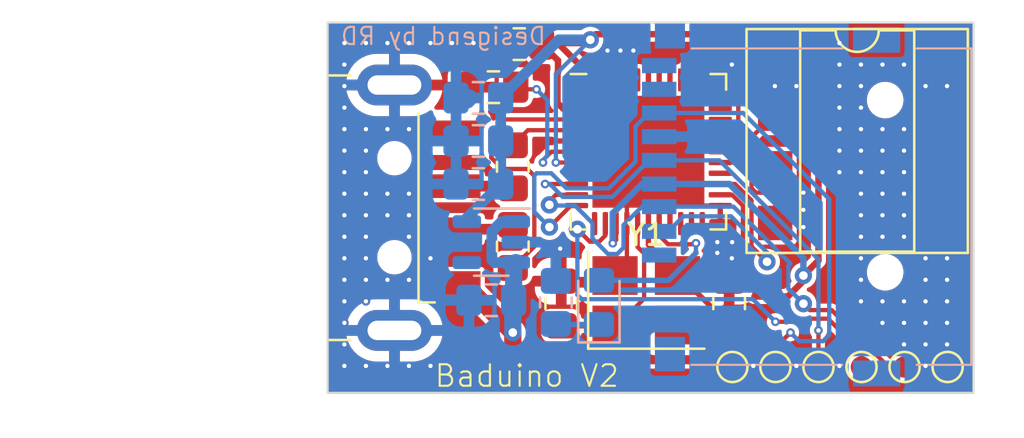
<source format=kicad_pcb>
(kicad_pcb (version 20221018) (generator pcbnew)
  (layers (0 "F.Cu" signal) (31 "B.Cu" signal) (34 "B.Paste" user) (35 "F.Paste" user) (36 "B.SilkS" user "B.Silkscreen") (37 "F.SilkS" user "F.Silkscreen") (38 "B.Mask" user) (39 "F.Mask" user) (44 "Edge.Cuts" user))
  (net 0 "")
  (net 1 "+3.3V")
  (net 2 "GND")
  (net 3 "VCC")
  (net 4 "Net-(D1-K)")
  (net 5 "Net-(D1-A)")
  (net 6 "Net-(J1-D-)")
  (net 7 "Net-(J1-D+)")
  (net 8 "CS")
  (net 9 "MOSI")
  (net 10 "SCK")
  (net 11 "MISO")
  (net 12 "RST")
  (net 13 "SW1")
  (net 14 "SW2")
  (net 15 "SW3")
  (net 16 "SW4")
  (net 17 "Net-(U1-UCAP)")
  (net 25 "Net-(U1-D+)")
  (net 26 "Net-(U1-D-)")
  (net 46 "XTAL2")
  (net 47 "XTAL1")
  (footprint "TestPoint:TestPoint_Pad_D1.0mm" (layer "F.Cu") (at 86.6 106.6 180)
    (fp_text reference "TP1" hide)
    (fp_text value "TestPoint")
    (pad "1" smd circle (at 0 0 180) (size 1 1) (layers "F.Cu" "F.Mask") (net 2 "GND"))
  )
  (footprint "TestPoint:TestPoint_Pad_D1.0mm" (layer "F.Cu") (at 84.6 106.6 180)
    (fp_text reference "TP3" hide)
    (fp_text value "TestPoint")
    (pad "1" smd circle (at 0 0 180) (size 1 1) (layers "F.Cu" "F.Mask") (net 9 "MOSI"))
  )
  (footprint "Capacitor_SMD:C_0805_2012Metric_Pad1.18x1.45mm_HandSolder" (layer "F.Cu") (at 66.7 91.6)
    (fp_text reference "C3" hide)
    (fp_text value "10u")
    (pad "1" smd roundrect (at -1.0375 0) (size 1.175 1.45) (layers "F.Cu" "F.Paste" "F.Mask") (roundrect_rratio 0.2127659574) (net 2 "GND"))
    (pad "2" smd roundrect (at 1.0375 0) (size 1.175 1.45) (layers "F.Cu" "F.Paste" "F.Mask") (roundrect_rratio 0.2127659574) (net 1 "+3.3V"))
  )
  (footprint "TestPoint:TestPoint_Pad_D1.0mm" (layer "F.Cu") (at 80.6 106.6 180)
    (fp_text reference "TP2" hide)
    (fp_text value "TestPoint")
    (pad "1" smd circle (at 0 0 180) (size 1 1) (layers "F.Cu" "F.Mask") (net 10 "SCK"))
  )
  (footprint "Connector_USB:USB_A_CNCTech_1001-011-01101_Horizontal" (layer "F.Cu") (at 54 99.2 180)
    (fp_text reference "J1" hide)
    (fp_text value "USB_A")
    (pad "" np_thru_hole circle (at -6.9 -2.3 180) (size 1.1 1.1) (drill 1.1) (layers "*.Cu" "*.Mask"))
    (pad "" np_thru_hole circle (at -6.9 2.3 180) (size 1.1 1.1) (drill 1.1) (layers "*.Cu" "*.Mask"))
    (pad "1" smd rect (at -9.65 -3.5 180) (size 2.5 1.1) (layers "F.Cu" "F.Paste" "F.Mask") (net 3 "VCC"))
    (pad "2" smd rect (at -9.65 -1 180) (size 2.5 1.1) (layers "F.Cu" "F.Paste" "F.Mask") (net 6 "Net-(J1-D-)"))
    (pad "3" smd rect (at -9.65 1 180) (size 2.5 1.1) (layers "F.Cu" "F.Paste" "F.Mask") (net 7 "Net-(J1-D+)"))
    (pad "4" smd rect (at -9.65 3.5 180) (size 2.5 1.1) (layers "F.Cu" "F.Paste" "F.Mask") (net 2 "GND"))
    (pad "5" thru_hole oval (at -6.9 -5.7 180) (size 3.5 1.9) (drill oval 2.5 0.9) (layers "*.Cu" "*.Mask") (net 2 "GND"))
    (pad "5" thru_hole oval (at -6.9 5.7 180) (size 3.5 1.9) (drill oval 2.5 0.9) (layers "*.Cu" "*.Mask") (net 2 "GND"))
  )
  (footprint "TestPoint:TestPoint_Pad_D1.0mm" (layer "F.Cu") (at 76.6 106.6 180)
    (fp_text reference "TP6" hide)
    (fp_text value "TestPoint")
    (pad "1" smd circle (at 0 0 180) (size 1 1) (layers "F.Cu" "F.Mask") (net 3 "VCC"))
  )
  (footprint "Crystal:Crystal_SMD_3225-4Pin_3.2x2.5mm_HandSoldering" (layer "F.Cu") (at 72.6 103.5)
    (fp_text reference "Y1" (at 0 -3.05) (layer "F.SilkS"))
    (fp_text value "Crystal_GND24")
    (pad "1" smd rect (at -1.45 1.15) (size 2.1 1.8) (layers "F.Cu" "F.Paste" "F.Mask") (net 46 "XTAL2"))
    (pad "2" smd rect (at 1.45 1.15) (size 2.1 1.8) (layers "F.Cu" "F.Paste" "F.Mask") (net 2 "GND"))
    (pad "3" smd rect (at 1.45 -1.15) (size 2.1 1.8) (layers "F.Cu" "F.Paste" "F.Mask") (net 47 "XTAL1"))
    (pad "4" smd rect (at -1.45 -1.15) (size 2.1 1.8) (layers "F.Cu" "F.Paste" "F.Mask") (net 2 "GND"))
  )
  (footprint "Capacitor_SMD:C_0805_2012Metric_Pad1.18x1.45mm_HandSolder" (layer "F.Cu") (at 65.5 93.6)
    (fp_text reference "C4" hide)
    (fp_text value "1u")
    (pad "1" smd roundrect (at -1.0375 0) (size 1.175 1.45) (layers "F.Cu" "F.Paste" "F.Mask") (roundrect_rratio 0.2127659574) (net 2 "GND"))
    (pad "2" smd roundrect (at 1.0375 0) (size 1.175 1.45) (layers "F.Cu" "F.Paste" "F.Mask") (roundrect_rratio 0.2127659574) (net 17 "Net-(U1-UCAP)"))
  )
  (footprint "TestPoint:TestPoint_Pad_D1.0mm" (layer "F.Cu") (at 82.6 106.6 180)
    (fp_text reference "TP5" hide)
    (fp_text value "TestPoint")
    (pad "1" smd circle (at 0 0 180) (size 1 1) (layers "F.Cu" "F.Mask") (net 12 "RST"))
  )
  (footprint "Resistor_SMD:R_0805_2012Metric_Pad1.20x1.40mm_HandSolder" (layer "F.Cu") (at 66.4 97.3 90)
    (fp_text reference "R1" hide)
    (fp_text value "22R")
    (pad "1" smd roundrect (at -1 0 90) (size 1.2 1.4) (layers "F.Cu" "F.Paste" "F.Mask") (roundrect_rratio 0.2083333333) (net 7 "Net-(J1-D+)"))
    (pad "2" smd roundrect (at 1 0 90) (size 1.2 1.4) (layers "F.Cu" "F.Paste" "F.Mask") (roundrect_rratio 0.2083333333) (net 25 "Net-(U1-D+)"))
  )
  (footprint "Package_DIP:DIP-8_W7.62mm_SMDSocket_SmallPads" (layer "F.Cu") (at 82.4 96.1)
    (fp_text reference "SW1" hide)
    (fp_text value "SW_DIP_x04")
    (pad "1" smd rect (at -3.81 -3.81) (size 1.6 1.6) (layers "F.Cu" "F.Paste" "F.Mask") (net 13 "SW1"))
    (pad "2" smd rect (at -3.81 -1.27) (size 1.6 1.6) (layers "F.Cu" "F.Paste" "F.Mask") (net 14 "SW2"))
    (pad "3" smd rect (at -3.81 1.27) (size 1.6 1.6) (layers "F.Cu" "F.Paste" "F.Mask") (net 15 "SW3"))
    (pad "4" smd rect (at -3.81 3.81) (size 1.6 1.6) (layers "F.Cu" "F.Paste" "F.Mask") (net 16 "SW4"))
    (pad "5" smd rect (at 3.81 3.81) (size 1.6 1.6) (layers "F.Cu" "F.Paste" "F.Mask") (net 2 "GND"))
    (pad "6" smd rect (at 3.81 1.27) (size 1.6 1.6) (layers "F.Cu" "F.Paste" "F.Mask") (net 2 "GND"))
    (pad "7" smd rect (at 3.81 -1.27) (size 1.6 1.6) (layers "F.Cu" "F.Paste" "F.Mask") (net 2 "GND"))
    (pad "8" smd rect (at 3.81 -3.81) (size 1.6 1.6) (layers "F.Cu" "F.Paste" "F.Mask") (net 2 "GND"))
  )
  (footprint "Resistor_SMD:R_0805_2012Metric_Pad1.20x1.40mm_HandSolder" (layer "F.Cu") (at 66.4 101 90)
    (fp_text reference "R2" hide)
    (fp_text value "22R")
    (pad "1" smd roundrect (at -1 0 90) (size 1.2 1.4) (layers "F.Cu" "F.Paste" "F.Mask") (roundrect_rratio 0.2083333333) (net 26 "Net-(U1-D-)"))
    (pad "2" smd roundrect (at 1 0 90) (size 1.2 1.4) (layers "F.Cu" "F.Paste" "F.Mask") (roundrect_rratio 0.2083333333) (net 6 "Net-(J1-D-)"))
  )
  (footprint "TestPoint:TestPoint_Pad_D1.0mm" (layer "F.Cu") (at 78.6 106.6 180)
    (fp_text reference "TP4" hide)
    (fp_text value "TestPoint")
    (pad "1" smd circle (at 0 0 180) (size 1 1) (layers "F.Cu" "F.Mask") (net 11 "MISO"))
  )
  (footprint "Capacitor_SMD:C_0805_2012Metric_Pad1.18x1.45mm_HandSolder" (layer "F.Cu") (at 76.45 103.65 -90)
    (fp_text reference "C2" hide)
    (fp_text value "22p")
    (pad "1" smd roundrect (at -1.0375 0 270) (size 1.175 1.45) (layers "F.Cu" "F.Paste" "F.Mask") (roundrect_rratio 0.2127659574) (net 2 "GND"))
    (pad "2" smd roundrect (at 1.0375 0 270) (size 1.175 1.45) (layers "F.Cu" "F.Paste" "F.Mask") (roundrect_rratio 0.2127659574) (net 47 "XTAL1"))
  )
  (footprint "Package_DFN_QFN:QFN-44-1EP_7x7mm_P0.5mm_EP5.2x5.2mm" (layer "F.Cu") (at 72.7 96.6)
    (fp_text reference "U1" hide)
    (fp_text value "ATmega32U4-M")
    (pad "1" smd roundrect (at -3.3375 -2.5) (size 1.075 0.25) (layers "F.Cu" "F.Paste" "F.Mask"))
    (pad "2" smd roundrect (at -3.3375 -2) (size 1.075 0.25) (layers "F.Cu" "F.Paste" "F.Mask") (net 1 "+3.3V"))
    (pad "3" smd roundrect (at -3.3375 -1.5) (size 1.075 0.25) (layers "F.Cu" "F.Paste" "F.Mask") (net 26 "Net-(U1-D-)"))
    (pad "4" smd roundrect (at -3.3375 -1) (size 1.075 0.25) (layers "F.Cu" "F.Paste" "F.Mask") (net 25 "Net-(U1-D+)"))
    (pad "5" smd roundrect (at -3.3375 -0.5) (size 1.075 0.25) (layers "F.Cu" "F.Paste" "F.Mask") (net 2 "GND"))
    (pad "6" smd roundrect (at -3.3375 0) (size 1.075 0.25) (layers "F.Cu" "F.Paste" "F.Mask") (net 17 "Net-(U1-UCAP)"))
    (pad "7" smd roundrect (at -3.3375 0.5) (size 1.075 0.25) (layers "F.Cu" "F.Paste" "F.Mask") (net 1 "+3.3V"))
    (pad "8" smd roundrect (at -3.3375 1) (size 1.075 0.25) (layers "F.Cu" "F.Paste" "F.Mask"))
    (pad "9" smd roundrect (at -3.3375 1.5) (size 1.075 0.25) (layers "F.Cu" "F.Paste" "F.Mask") (net 10 "SCK"))
    (pad "10" smd roundrect (at -3.3375 2) (size 1.075 0.25) (layers "F.Cu" "F.Paste" "F.Mask") (net 9 "MOSI"))
    (pad "11" smd roundrect (at -3.3375 2.5) (size 1.075 0.25) (layers "F.Cu" "F.Paste" "F.Mask") (net 11 "MISO"))
    (pad "12" smd roundrect (at -2.5 3.3375) (size 0.25 1.075) (layers "F.Cu" "F.Paste" "F.Mask"))
    (pad "13" smd roundrect (at -2 3.3375) (size 0.25 1.075) (layers "F.Cu" "F.Paste" "F.Mask") (net 12 "RST"))
    (pad "14" smd roundrect (at -1.5 3.3375) (size 0.25 1.075) (layers "F.Cu" "F.Paste" "F.Mask") (net 1 "+3.3V"))
    (pad "15" smd roundrect (at -1 3.3375) (size 0.25 1.075) (layers "F.Cu" "F.Paste" "F.Mask") (net 2 "GND"))
    (pad "16" smd roundrect (at -0.5 3.3375) (size 0.25 1.075) (layers "F.Cu" "F.Paste" "F.Mask") (net 46 "XTAL2"))
    (pad "17" smd roundrect (at 0 3.3375) (size 0.25 1.075) (layers "F.Cu" "F.Paste" "F.Mask") (net 47 "XTAL1"))
    (pad "18" smd roundrect (at 0.5 3.3375) (size 0.25 1.075) (layers "F.Cu" "F.Paste" "F.Mask") (net 5 "Net-(D1-A)"))
    (pad "19" smd roundrect (at 1 3.3375) (size 0.25 1.075) (layers "F.Cu" "F.Paste" "F.Mask"))
    (pad "20" smd roundrect (at 1.5 3.3375) (size 0.25 1.075) (layers "F.Cu" "F.Paste" "F.Mask"))
    (pad "21" smd roundrect (at 2 3.3375) (size 0.25 1.075) (layers "F.Cu" "F.Paste" "F.Mask"))
    (pad "22" smd roundrect (at 2.5 3.3375) (size 0.25 1.075) (layers "F.Cu" "F.Paste" "F.Mask"))
    (pad "23" smd roundrect (at 3.3375 2.5) (size 1.075 0.25) (layers "F.Cu" "F.Paste" "F.Mask") (net 2 "GND"))
    (pad "24" smd roundrect (at 3.3375 2) (size 1.075 0.25) (layers "F.Cu" "F.Paste" "F.Mask") (net 1 "+3.3V"))
    (pad "25" smd roundrect (at 3.3375 1.5) (size 1.075 0.25) (layers "F.Cu" "F.Paste" "F.Mask") (net 8 "CS"))
    (pad "26" smd roundrect (at 3.3375 1) (size 1.075 0.25) (layers "F.Cu" "F.Paste" "F.Mask"))
    (pad "27" smd roundrect (at 3.3375 0.5) (size 1.075 0.25) (layers "F.Cu" "F.Paste" "F.Mask") (net 16 "SW4"))
    (pad "28" smd roundrect (at 3.3375 0) (size 1.075 0.25) (layers "F.Cu" "F.Paste" "F.Mask") (net 15 "SW3"))
    (pad "29" smd roundrect (at 3.3375 -0.5) (size 1.075 0.25) (layers "F.Cu" "F.Paste" "F.Mask") (net 14 "SW2"))
    (pad "30" smd roundrect (at 3.3375 -1) (size 1.075 0.25) (layers "F.Cu" "F.Paste" "F.Mask") (net 13 "SW1"))
    (pad "31" smd roundrect (at 3.3375 -1.5) (size 1.075 0.25) (layers "F.Cu" "F.Paste" "F.Mask"))
    (pad "32" smd roundrect (at 3.3375 -2) (size 1.075 0.25) (layers "F.Cu" "F.Paste" "F.Mask"))
    (pad "33" smd roundrect (at 3.3375 -2.5) (size 1.075 0.25) (layers "F.Cu" "F.Paste" "F.Mask"))
    (pad "34" smd roundrect (at 2.5 -3.3375) (size 0.25 1.075) (layers "F.Cu" "F.Paste" "F.Mask") (net 1 "+3.3V"))
    (pad "35" smd roundrect (at 2 -3.3375) (size 0.25 1.075) (layers "F.Cu" "F.Paste" "F.Mask") (net 2 "GND"))
    (pad "36" smd roundrect (at 1.5 -3.3375) (size 0.25 1.075) (layers "F.Cu" "F.Paste" "F.Mask"))
    (pad "37" smd roundrect (at 1 -3.3375) (size 0.25 1.075) (layers "F.Cu" "F.Paste" "F.Mask"))
    (pad "38" smd roundrect (at 0.5 -3.3375) (size 0.25 1.075) (layers "F.Cu" "F.Paste" "F.Mask"))
    (pad "39" smd roundrect (at 0 -3.3375) (size 0.25 1.075) (layers "F.Cu" "F.Paste" "F.Mask"))
    (pad "40" smd roundrect (at -0.5 -3.3375) (size 0.25 1.075) (layers "F.Cu" "F.Paste" "F.Mask"))
    (pad "41" smd roundrect (at -1 -3.3375) (size 0.25 1.075) (layers "F.Cu" "F.Paste" "F.Mask"))
    (pad "42" smd roundrect (at -1.5 -3.3375) (size 0.25 1.075) (layers "F.Cu" "F.Paste" "F.Mask"))
    (pad "43" smd roundrect (at -2 -3.3375) (size 0.25 1.075) (layers "F.Cu" "F.Paste" "F.Mask") (net 2 "GND"))
    (pad "44" smd roundrect (at -2.5 -3.3375) (size 0.25 1.075) (layers "F.Cu" "F.Paste" "F.Mask") (net 1 "+3.3V"))
    (pad "45" smd rect (at 0 0) (size 5.2 5.2) (layers "F.Cu" "F.Mask") (net 2 "GND"))
  )
  (footprint "Capacitor_SMD:C_0805_2012Metric_Pad1.18x1.45mm_HandSolder" (layer "F.Cu") (at 68.65 103.65 -90)
    (fp_text reference "C1" hide)
    (fp_text value "22p")
    (pad "1" smd roundrect (at -1.0375 0 270) (size 1.175 1.45) (layers "F.Cu" "F.Paste" "F.Mask") (roundrect_rratio 0.2127659574) (net 2 "GND"))
    (pad "2" smd roundrect (at 1.0375 0 270) (size 1.175 1.45) (layers "F.Cu" "F.Paste" "F.Mask") (roundrect_rratio 0.2127659574) (net 46 "XTAL2"))
  )
  (footprint "Capacitor_SMD:C_0805_2012Metric_Pad1.18x1.45mm_HandSolder" (layer "B.Cu") (at 64.8 98.1 180)
    (fp_text reference "C6" hide)
    (fp_text value "10p")
    (pad "1" smd roundrect (at -1.0375 0 180) (size 1.175 1.45) (layers "B.Cu" "B.Paste" "B.Mask") (roundrect_rratio 0.2127659574) (net 1 "+3.3V"))
    (pad "2" smd roundrect (at 1.0375 0 180) (size 1.175 1.45) (layers "B.Cu" "B.Paste" "B.Mask") (roundrect_rratio 0.2127659574) (net 2 "GND"))
  )
  (footprint "Capacitor_SMD:C_0805_2012Metric_Pad1.18x1.45mm_HandSolder" (layer "B.Cu") (at 65.4 103.5)
    (fp_text reference "C5" hide)
    (fp_text value "10u")
    (pad "1" smd roundrect (at -1.0375 0) (size 1.175 1.45) (layers "B.Cu" "B.Paste" "B.Mask") (roundrect_rratio 0.2127659574) (net 2 "GND"))
    (pad "2" smd roundrect (at 1.0375 0) (size 1.175 1.45) (layers "B.Cu" "B.Paste" "B.Mask") (roundrect_rratio 0.2127659574) (net 3 "VCC"))
  )
  (footprint "Resistor_SMD:R_0805_2012Metric_Pad1.20x1.40mm_HandSolder" (layer "B.Cu") (at 68.4 103.6 90)
    (fp_text reference "R3" hide)
    (fp_text value "140R")
    (pad "1" smd roundrect (at -1 0 90) (size 1.2 1.4) (layers "B.Cu" "B.Paste" "B.Mask") (roundrect_rratio 0.2083333333) (net 4 "Net-(D1-K)"))
    (pad "2" smd roundrect (at 1 0 90) (size 1.2 1.4) (layers "B.Cu" "B.Paste" "B.Mask") (roundrect_rratio 0.2083333333) (net 2 "GND"))
  )
  (footprint "Capacitor_SMD:C_0805_2012Metric_Pad1.18x1.45mm_HandSolder" (layer "B.Cu") (at 64.8 94.1 180)
    (fp_text reference "C8" hide)
    (fp_text value "100n")
    (pad "1" smd roundrect (at -1.0375 0 180) (size 1.175 1.45) (layers "B.Cu" "B.Paste" "B.Mask") (roundrect_rratio 0.2127659574) (net 1 "+3.3V"))
    (pad "2" smd roundrect (at 1.0375 0 180) (size 1.175 1.45) (layers "B.Cu" "B.Paste" "B.Mask") (roundrect_rratio 0.2127659574) (net 2 "GND"))
  )
  (footprint "Package_TO_SOT_SMD:SOT-23-5" (layer "B.Cu") (at 65.4 100.8 180)
    (fp_text reference "U2" hide)
    (fp_text value "MIC5219-3.3YM5")
    (pad "1" smd roundrect (at -1.1375 0.95 180) (size 1.325 0.6) (layers "B.Cu" "B.Paste" "B.Mask") (net 3 "VCC"))
    (pad "2" smd roundrect (at -1.1375 0 180) (size 1.325 0.6) (layers "B.Cu" "B.Paste" "B.Mask") (net 2 "GND"))
    (pad "3" smd roundrect (at -1.1375 -0.95 180) (size 1.325 0.6) (layers "B.Cu" "B.Paste" "B.Mask") (net 3 "VCC"))
    (pad "4" smd roundrect (at 1.1375 -0.95 180) (size 1.325 0.6) (layers "B.Cu" "B.Paste" "B.Mask"))
    (pad "5" smd roundrect (at 1.1375 0.95 180) (size 1.325 0.6) (layers "B.Cu" "B.Paste" "B.Mask") (net 1 "+3.3V"))
  )
  (footprint "SamacSys_Parts:TF015" (layer "B.Cu") (at 80.45 99.05 -90)
    (fp_text reference "J3" hide)
    (fp_text value "TF-015" hide)
    (pad "" np_thru_hole circle (at -4.85 -3.25 270) (size 1.2 1.2) (drill 1.2) (layers "*.Cu" "*.Mask"))
    (pad "" np_thru_hole circle (at 3.15 -3.25 270) (size 1.2 1.2) (drill 1.2) (layers "*.Cu" "*.Mask"))
    (pad "1" smd rect (at 2.35 7.25 270) (size 0.7 1.6) (layers "B.Cu" "B.Paste" "B.Mask"))
    (pad "2" smd rect (at 1.25 7.25 270) (size 0.7 1.6) (layers "B.Cu" "B.Paste" "B.Mask") (net 8 "CS"))
    (pad "3" smd rect (at 0.1 7.25 270) (size 0.7 1.6) (layers "B.Cu" "B.Paste" "B.Mask") (net 9 "MOSI"))
    (pad "4" smd rect (at -0.95 7.25 270) (size 0.7 1.6) (layers "B.Cu" "B.Paste" "B.Mask") (net 1 "+3.3V"))
    (pad "5" smd rect (at -2.05 7.25 270) (size 0.7 1.6) (layers "B.Cu" "B.Paste" "B.Mask") (net 10 "SCK"))
    (pad "6" smd rect (at -3.15 7.25 270) (size 0.7 1.6) (layers "B.Cu" "B.Paste" "B.Mask") (net 2 "GND"))
    (pad "7" smd rect (at -4.25 7.25 270) (size 0.7 1.6) (layers "B.Cu" "B.Paste" "B.Mask") (net 11 "MISO"))
    (pad "8" smd rect (at -5.35 7.25 270) (size 0.7 1.6) (layers "B.Cu" "B.Paste" "B.Mask"))
    (pad "9" smd rect (at -6.45 7.25 270) (size 0.7 1.6) (layers "B.Cu" "B.Paste" "B.Mask"))
    (pad "10" smd rect (at -7.85 6.75 270) (size 1.2 1.4) (layers "B.Cu" "B.Paste" "B.Mask"))
    (pad "11" smd rect (at 6.95 6.75 180) (size 1.4 1.6) (layers "B.Cu" "B.Paste" "B.Mask"))
    (pad "12" smd rect (at -7.65 -2.85 270) (size 1.2 2.2) (layers "B.Cu" "B.Paste" "B.Mask"))
    (pad "13" smd rect (at 7.85 -2.85 270) (size 1.2 2.2) (layers "B.Cu" "B.Paste" "B.Mask"))
  )
  (footprint "LED_SMD:LED_0805_2012Metric_Pad1.15x1.40mm_HandSolder" (layer "B.Cu") (at 70.4 103.6 90)
    (fp_text reference "D1" hide)
    (fp_text value "LED")
    (pad "1" smd roundrect (at -1.025 0 90) (size 1.15 1.4) (layers "B.Cu" "B.Paste" "B.Mask") (roundrect_rratio 0.2173913043) (net 4 "Net-(D1-K)"))
    (pad "2" smd roundrect (at 1.025 0 90) (size 1.15 1.4) (layers "B.Cu" "B.Paste" "B.Mask") (roundrect_rratio 0.2173913043) (net 5 "Net-(D1-A)"))
  )
  (footprint "Capacitor_SMD:C_0805_2012Metric_Pad1.18x1.45mm_HandSolder" (layer "B.Cu") (at 64.8 96.1 180)
    (fp_text reference "C7" hide)
    (fp_text value "1u")
    (pad "1" smd roundrect (at -1.0375 0 180) (size 1.175 1.45) (layers "B.Cu" "B.Paste" "B.Mask") (roundrect_rratio 0.2127659574) (net 1 "+3.3V"))
    (pad "2" smd roundrect (at 1.0375 0 180) (size 1.175 1.45) (layers "B.Cu" "B.Paste" "B.Mask") (roundrect_rratio 0.2127659574) (net 2 "GND"))
  )
  (gr_line (start 57.8 107.8) (end 87.8 107.8) (stroke (width 0.1)) (layer "Edge.Cuts"))
  (gr_line (start 87.8 107.8) (end 87.8 90.6) (stroke (width 0.1)) (layer "Edge.Cuts"))
  (gr_line (start 57.8 90.6) (end 87.8 90.6) (stroke (width 0.1)) (layer "Edge.Cuts"))
  (gr_line (start 57.8 107.8) (end 57.8 90.6) (stroke (width 0.1)) (layer "Edge.Cuts"))
  (gr_text "Desigend by RD" (at 68 91.7) (layer "B.SilkS") (effects (font (size 0.8 0.8) (thickness 0.1)) (justify left bottom mirror)))
  (gr_text "Baduino V2" (at 62.7 107.6) (layer "F.SilkS") (effects (font (size 1 1) (thickness 0.1)) (justify left bottom)))
  (segment (start 68.5375 91.6) (end 67.7375 91.6) (width 0.3) (layer "F.Cu") (net 1))
  (segment (start 77.625 102.097182) (end 77.625 103.325) (width 0.2) (layer "F.Cu") (net 1))
  (segment (start 70.26 91.14) (end 70 91.4) (width 0.3) (layer "F.Cu") (net 1))
  (segment (start 77.09 99.102346) (end 77.09 101.775) (width 0.2) (layer "F.Cu") (net 1))
  (segment (start 68.5 92.3625) (end 67.7375 91.6) (width 0.3) (layer "F.Cu") (net 1))
  (segment (start 79.9005 102.350843) (end 79.9005 102.5995) (width 0.3) (layer "F.Cu") (net 1))
  (segment (start 80.6 101.651343) (end 80.6 91.3) (width 0.3) (layer "F.Cu") (net 1))
  (segment (start 71.2 100.694055) (end 71.2 99.9375) (width 0.2) (layer "F.Cu") (net 1))
  (segment (start 79.175 103.325) (end 77.625 103.325) (width 0.3) (layer "F.Cu") (net 1))
  (segment (start 79.9005 102.350843) (end 80.6 101.651343) (width 0.3) (layer "F.Cu") (net 1))
  (segment (start 68.4005 97.1) (end 69.3625 97.1) (width 0.2) (layer "F.Cu") (net 1))
  (segment (start 69.3625 94.6) (end 68.741636 94.6) (width 0.3) (layer "F.Cu") (net 1))
  (segment (start 68.741636 94.6) (end 68.475 94.333364) (width 0.3) (layer "F.Cu") (net 1))
  (segment (start 70.2 93.2625) (end 68.5375 91.6) (width 0.3) (layer "F.Cu") (net 1))
  (segment (start 68.475 92.925) (end 68.5 92.9) (width 0.3) (layer "F.Cu") (net 1))
  (segment (start 70 91.4) (end 69.8 91.6) (width 0.2) (layer "F.Cu") (net 1))
  (segment (start 80.44 91.14) (end 75.4 91.14) (width 0.3) (layer "F.Cu") (net 1))
  (segment (start 79.9005 102.5995) (end 79.175 103.325) (width 0.3) (layer "F.Cu") (net 1))
  (segment (start 69.21875 92.28125) (end 69.2375 92.3) (width 0.3) (layer "F.Cu") (net 1))
  (segment (start 75.2 93.2625) (end 75.2 91.34) (width 0.3) (layer "F.Cu") (net 1))
  (segment (start 71.043195 100.85086) (end 71.2 100.694055) (width 0.2) (layer "F.Cu") (net 1))
  (segment (start 68.475 94.333364) (end 68.475 92.925) (width 0.3) (layer "F.Cu") (net 1))
  (segment (start 76.587654 98.6) (end 77.09 99.102346) (width 0.2) (layer "F.Cu") (net 1))
  (segment (start 77.09 101.775) (end 77.302818 101.775) (width 0.2) (layer "F.Cu") (net 1))
  (segment (start 75.4 91.14) (end 70.26 91.14) (width 0.3) (layer "F.Cu") (net 1))
  (segment (start 75.2 91.34) (end 75.4 91.14) (width 0.3) (layer "F.Cu") (net 1))
  (segment (start 76.0375 98.6) (end 76.587654 98.6) (width 0.2) (layer "F.Cu") (net 1))
  (segment (start 77.302818 101.775) (end 77.625 102.097182) (width 0.2) (layer "F.Cu") (net 1))
  (segment (start 68.4 97.0995) (end 68.4005 97.1) (width 0.2) (layer "F.Cu") (net 1))
  (segment (start 80.6 91.3) (end 80.44 91.14) (width 0.3) (layer "F.Cu") (net 1))
  (segment (start 68.5 92.9) (end 68.5 92.3625) (width 0.3) (layer "F.Cu") (net 1))
  (segment (start 69.8 91.6) (end 67.7375 91.6) (width 0.2) (layer "F.Cu") (net 1))
  (via (at 71.043195 100.85086) (size 0.4) (drill 0.2) (layers "F.Cu" "B.Cu") (net 1))
  (via (at 79.9005 102.350843) (size 0.8) (drill 0.4) (layers "F.Cu" "B.Cu") (net 1))
  (via (at 68.4 97.0995) (size 0.4) (drill 0.2) (layers "F.Cu" "B.Cu") (net 1))
  (via (at 70 91.4) (size 0.8) (drill 0.4) (layers "F.Cu" "B.Cu") (net 1))
  (segment (start 65.8375 98.1) (end 65.8375 94.1) (width 0.5) (layer "B.Cu") (net 1))
  (segment (start 68.4 97.0995) (end 68.4 93) (width 0.2) (layer "B.Cu") (net 1))
  (segment (start 68.4 93) (end 70 91.4) (width 0.2) (layer "B.Cu") (net 1))
  (segment (start 72.4 98.1) (end 71.043195 99.456805) (width 0.3) (layer "B.Cu") (net 1))
  (segment (start 79.9005 101.536896) (end 76.463604 98.1) (width 0.3) (layer "B.Cu") (net 1))
  (segment (start 65.8375 94.1) (end 68.5375 91.4) (width 0.5) (layer "B.Cu") (net 1))
  (segment (start 64.2625 99.85) (end 64.2625 99.675) (width 0.5) (layer "B.Cu") (net 1))
  (segment (start 73.2 98.1) (end 72.4 98.1) (width 0.3) (layer "B.Cu") (net 1))
  (segment (start 76.463604 98.1) (end 73.2 98.1) (width 0.3) (layer "B.Cu") (net 1))
  (segment (start 71.043195 100.85086) (end 71.076596 100.85086) (width 0.2) (layer "B.Cu") (net 1))
  (segment (start 79.9005 102.350843) (end 79.9005 101.536896) (width 0.3) (layer "B.Cu") (net 1))
  (segment (start 64.2625 99.675) (end 65.8375 98.1) (width 0.5) (layer "B.Cu") (net 1))
  (segment (start 71.043195 99.456805) (end 71.043195 100.85086) (width 0.3) (layer "B.Cu") (net 1))
  (segment (start 68.5375 91.4) (end 70 91.4) (width 0.5) (layer "B.Cu") (net 1))
  (segment (start 71.7 99.9375) (end 71.7 97.6) (width 0.2) (layer "F.Cu") (net 2))
  (segment (start 69.3625 96.1) (end 72.2 96.1) (width 0.2) (layer "F.Cu") (net 2))
  (segment (start 68.6 102.6625) (end 70.7875 102.6625) (width 0.5) (layer "F.Cu") (net 2))
  (segment (start 71.3 102.15) (end 71.7 101.75) (width 0.2) (layer "F.Cu") (net 2))
  (segment (start 71.7 97.6) (end 72.7 96.6) (width 0.2) (layer "F.Cu") (net 2))
  (segment (start 70.7 93.2625) (end 70.7 94.6) (width 0.2) (layer "F.Cu") (net 2))
  (segment (start 75.2 99.1) (end 72.7 96.6) (width 0.2) (layer "F.Cu") (net 2))
  (segment (start 70.7875 102.6625) (end 71.3 102.15) (width 0.5) (layer "F.Cu") (net 2))
  (segment (start 72.2 96.1) (end 72.7 96.6) (width 0.2) (layer "F.Cu") (net 2))
  (segment (start 76.0375 99.1) (end 75.2 99.1) (width 0.2) (layer "F.Cu") (net 2))
  (segment (start 74.7 93.2625) (end 74.7 94.6) (width 0.2) (layer "F.Cu") (net 2))
  (segment (start 70.7 94.6) (end 72.7 96.6) (width 0.2) (layer "F.Cu") (net 2))
  (segment (start 74.7 94.6) (end 72.7 96.6) (width 0.2) (layer "F.Cu") (net 2))
  (segment (start 71.7 101.75) (end 71.7 99.9375) (width 0.2) (layer "F.Cu") (net 2))
  (via (at 78.575 93.55) (size 0.4) (drill 0.2) (layers "F.Cu" "B.Cu") (net 2))
  (via (at 75.9 101.3) (size 0.4) (drill 0.2) (layers "F.Cu" "B.Cu") (net 2))
  (via (at 83.575 103.55) (size 0.4) (drill 0.2) (layers "F.Cu" "B.Cu") (net 2))
  (via (at 58.575 93.55) (size 0.4) (drill 0.2) (layers "F.Cu" "B.Cu") (net 2))
  (via (at 58.575 98.55) (size 0.4) (drill 0.2) (layers "F.Cu" "B.Cu") (net 2))
  (via (at 61.575 91.55) (size 0.4) (drill 0.2) (layers "F.Cu" "B.Cu") (net 2))
  (via (at 59.575 96.55) (size 0.4) (drill 0.2) (layers "F.Cu" "B.Cu") (net 2))
  (via (at 83.575 98.55) (size 0.4) (drill 0.2) (layers "F.Cu" "B.Cu") (net 2))
  (via (at 82.575 101.55) (size 0.4) (drill 0.2) (layers "F.Cu" "B.Cu") (net 2))
  (via (at 58.575 92.55) (size 0.4) (drill 0.2) (layers "F.Cu" "B.Cu") (net 2))
  (via (at 58.575 104.55) (size 0.4) (drill 0.2) (layers "F.Cu" "B.Cu") (net 2))
  (via (at 62.575 101.55) (size 0.4) (drill 0.2) (layers "F.Cu" "B.Cu") (net 2))
  (via (at 61.575 100.55) (size 0.4) (drill 0.2) (layers "F.Cu" "B.Cu") (net 2))
  (via (at 58.575 106.55) (size 0.4) (drill 0.2) (layers "F.Cu" "B.Cu") (net 2))
  (via (at 84.575 95.55) (size 0.4) (drill 0.2) (layers "F.Cu" "B.Cu") (net 2))
  (via (at 86.575 105.55) (size 0.4) (drill 0.2) (layers "F.Cu" "B.Cu") (net 2))
  (via (at 60.575 102.55) (size 0.4) (drill 0.2) (layers "F.Cu" "B.Cu") (net 2))
  (via (at 85.575 104.55) (size 0.4) (drill 0.2) (layers "F.Cu" "B.Cu") (net 2))
  (via (at 84.575 103.55) (size 0.4) (drill 0.2) (layers "F.Cu" "B.Cu") (net 2))
  (via (at 81.575 97.55) (size 0.4) (drill 0.2) (layers "F.Cu" "B.Cu") (net 2))
  (via (at 58.575 100.55) (size 0.4) (drill 0.2) (layers "F.Cu" "B.Cu") (net 2))
  (via (at 58.575 101.55) (size 0.4) (drill 0.2) (layers "F.Cu" "B.Cu") (net 2))
  (via (at 81.575 95.55) (size 0.4) (drill 0.2) (layers "F.Cu" "B.Cu") (net 2))
  (via (at 59.575 91.55) (size 0.4) (drill 0.2) (layers "F.Cu" "B.Cu") (net 2))
  (via (at 79.9 100.1) (size 0.4) (drill 0.2) (layers "F.Cu" "B.Cu") (net 2))
  (via (at 79.575 93.55) (size 0.4) (drill 0.2) (layers "F.Cu" "B.Cu") (net 2))
  (via (at 58.575 102.55) (size 0.4) (drill 0.2) (layers "F.Cu" "B.Cu") (net 2))
  (via (at 81.575 91.55) (size 0.4) (drill 0.2) (layers "F.Cu" "B.Cu") (net 2))
  (via (at 62.575 106.55) (size 0.4) (drill 0.2) (layers "F.Cu" "B.Cu") (net 2))
  (via (at 81.575 93.55) (size 0.4) (drill 0.2) (layers "F.Cu" "B.Cu") (net 2))
  (via (at 70.8 91.9) (size 0.4) (drill 0.2) (layers "F.Cu" "B.Cu") (net 2))
  (via (at 75.9 100.8) (size 0.4) (drill 0.2) (layers "F.Cu" "B.Cu") (net 2))
  (via (at 82.575 96.55) (size 0.4) (drill 0.2) (layers "F.Cu" "B.Cu") (net 2))
  (via (at 59.575 97.55) (size 0.4) (drill 0.2) (layers "F.Cu" "B.Cu") (net 2))
  (via (at 84.575 97.55) (size 0.4) (drill 0.2) (layers "F.Cu" "B.Cu") (net 2))
  (via (at 82.575 100.55) (size 0.4) (drill 0.2) (layers "F.Cu" "B.Cu") (net 2))
  (via (at 86.575 93.55) (size 0.4) (drill 0.2) (layers "F.Cu" "B.Cu") (net 2))
  (via (at 82.575 103.55) (size 0.4) (drill 0.2) (layers "F.Cu" "B.Cu") (net 2))
  (via (at 61.575 98.55) (size 0.4) (drill 0.2) (layers "F.Cu" "B.Cu") (net 2))
  (via (at 81.575 92.55) (size 0.4) (drill 0.2) (layers "F.Cu" "B.Cu") (net 2))
  (via (at 59.575 100.55) (size 0.4) (drill 0.2) (layers "F.Cu" "B.Cu") (net 2))
  (via (at 84.575 105.55) (size 0.4) (drill 0.2) (layers "F.Cu" "B.Cu") (net 2))
  (via (at 83.575 96.55) (size 0.4) (drill 0.2) (layers "F.Cu" "B.Cu") (net 2))
  (via (at 79.9 98.5) (size 0.4) (drill 0.2) (layers "F.Cu" "B.Cu") (net 2))
  (via (at 58.575 97.55) (size 0.4) (drill 0.2) (layers "F.Cu" "B.Cu") (net 2))
  (via (at 64.575 91.55) (size 0.4) (drill 0.2) (layers "F.Cu" "B.Cu") (net 2))
  (via (at 85.575 101.55) (size 0.4) (drill 0.2) (layers "F.Cu" "B.Cu") (net 2))
  (via (at 59.575 102.55) (size 0.4) (drill 0.2) (layers "F.Cu" "B.Cu") (net 2))
  (via (at 61.575 106.55) (size 0.4) (drill 0.2) (layers "F.Cu" "B.Cu") (net 2))
  (via (at 76.575 101.55) (size 0.4) (drill 0.2) (layers "F.Cu" "B.Cu") (net 2))
  (via (at 79.9 99.3) (size 0.4) (drill 0.2) (layers "F.Cu" "B.Cu") (net 2))
  (via (at 84.575 98.55) (size 0.4) (drill 0.2) (layers "F.Cu" "B.Cu") (net 2))
  (via (at 83.575 97.55) (size 0.4) (drill 0.2) (layers "F.Cu" "B.Cu") (net 2))
  (via (at 61.575 99.55) (size 0.4) (drill 0.2) (layers "F.Cu" "B.Cu") (net 2))
  (via (at 61.575 102.55) (size 0.4) (drill 0.2) (layers "F.Cu" "B.Cu") (net 2))
  (via (at 81.575 94.55) (size 0.4) (drill 0.2) (layers "F.Cu" "B.Cu") (net 2))
  (via (at 59.575 98.55) (size 0.4) (drill 0.2) (layers "F.Cu" "B.Cu") (net 2))
  (via (at 81.575 96.55) (size 0.4) (drill 0.2) (layers "F.Cu" "B.Cu") (net 2))
  (via (at 84.575 99.55) (size 0.4) (drill 0.2) (layers "F.Cu" "B.Cu") (net 2))
  (via (at 85.575 105.55) (size 0.4) (drill 0.2) (layers "F.Cu" "B.Cu") (net 2))
  (via (at 85.575 93.55) (size 0.4) (drill 0.2) (layers "F.Cu" "B.Cu") (net 2))
  (via (at 68.6 101.1) (size 0.4) (drill 0.2) (layers "F.Cu" "B.Cu") (net 2))
  (via (at 84.575 104.55) (size 0.4) (drill 0.2) (layers "F.Cu" "B.Cu") (net 2))
  (via (at 61.575 95.55) (size 0.4) (drill 0.2) (layers "F.Cu" "B.Cu") (net 2))
  (via (at 59.575 95.55) (size 0.4) (drill 0.2) (layers "F.Cu" "B.Cu") (net 2))
  (via (at 59.575 103.55) (size 0.4) (drill 0.2) (layers "F.Cu" "B.Cu") (net 2))
  (via (at 82.575 95.55) (size 0.4) (drill 0.2) (layers "F.Cu" "B.Cu") (net 2))
  (via (at 83.575 104.55) (size 0.4) (drill 0.2) (layers "F.Cu" "B.Cu") (net 2))
  (via (at 86.575 103.55) (size 0.4) (drill 0.2) (layers "F.Cu" "B.Cu") (net 2))
  (via (at 71.4 91.9) (size 0.4) (drill 0.2) (layers "F.Cu" "B.Cu") (net 2))
  (via (at 58.575 96.55) (size 0.4) (drill 0.2) (layers "F.Cu" "B.Cu") (net 2))
  (via (at 82.575 92.55) (size 0.4) (drill 0.2) (layers "F.Cu" "B.Cu") (net 2))
  (via (at 86.575 102.55) (size 0.4) (drill 0.2) (layers "F.Cu" "B.Cu") (net 2))
  (via (at 59.575 101.55) (size 0.4) (drill 0.2) (layers "F.Cu" "B.Cu") (net 2))
  (via (at 82.575 93.55) (size 0.4) (drill 0.2) (layers "F.Cu" "B.Cu") (net 2))
  (via (at 86.575 101.55) (size 0.4) (drill 0.2) (layers "F.Cu" "B.Cu") (net 2))
  (via (at 79.575 106.55) (size 0.4) (drill 0.2) (layers "F.Cu" "B.Cu") (net 2))
  (via (at 58.575 95.55) (size 0.4) (drill 0.2) (layers "F.Cu" "B.Cu") (net 2))
  (via (at 76.575 92.55) (size 0.4) (drill 0.2) (layers "F.Cu" "B.Cu") (net 2))
  (via (at 60.575 91.55) (size 0.4) (drill 0.2) (layers "F.Cu" "B.Cu") (net 2))
  (via (at 85.575 103.55) (size 0.4) (drill 0.2) (layers "F.Cu" "B.Cu") (net 2))
  (via (at 82.575 102.55) (size 0.4) (drill 0.2) (layers "F.Cu" "B.Cu") (net 2))
  (via (at 58.575 99.55) (size 0.4) (drill 0.2) (layers "F.Cu" "B.Cu") (net 2))
  (via (at 85.575 106.55) (size 0.4) (drill 0.2) (layers "F.Cu" "B.Cu") (net 2))
  (via (at 82.575 99.55) (size 0.4) (drill 0.2) (layers "F.Cu" "B.Cu") (net 2))
  (via (at 84.575 96.55) (size 0.4) (drill 0.2) (layers "F.Cu" "B.Cu") (net 2))
  (via (at 60.575 98.55) (size 0.4) (drill 0.2) (layers "F.Cu" "B.Cu") (net 2))
  (via (at 83.575 92.55) (size 0.4) (drill 0.2) (layers "F.Cu" "B.Cu") (net 2))
  (via (at 62.575 91.55) (size 0.4) (drill 0.2) (layers "F.Cu" "B.Cu") (net 2))
  (via (at 82.575 94.55) (size 0.4) (drill 0.2) (layers "F.Cu" "B.Cu") (net 2))
  (via (at 81.575 106.55) (size 0.4) (drill 0.2) (layers "F.Cu" "B.Cu") (net 2))
  (via (at 84.575 100.55) (size 0.4) (drill 0.2) (layers "F.Cu" "B.Cu") (net 2))
  (via (at 60.575 106.55) (size 0.4) (drill 0.2) (layers "F.Cu" "B.Cu") (net 2))
  (via (at 58.575 91.55) (size 0.4) (drill 0.2) (layers "F.Cu" "B.Cu") (net 2))
  (via (at 58.575 103.55) (size 0.4) (drill 0.2) (layers "F.Cu" "B.Cu") (net 2))
  (via (at 82.575 98.55) (size 0.4) (drill 0.2) (layers "F.Cu" "B.Cu") (net 2))
  (via (at 83.575 99.55) (size 0.4) (drill 0.2) (layers "F.Cu" "B.Cu") (net 2))
  (via (at 83.575 100.55) (size 0.4) (drill 0.2) (layers "F.Cu" "B.Cu") (net 2))
  (via (at 86.575 104.55) (size 0.4) (drill 0.2) (layers "F.Cu" "B.Cu") (net 2))
  (via (at 84.575 92.55) (size 0.4) (drill 0.2) (layers "F.Cu" "B.Cu") (net 2))
  (via (at 83.575 95.55) (size 0.4) (drill 0.2) (layers "F.Cu" "B.Cu") (net 2))
  (via (at 60.575 99.55) (size 0.4) (drill 0.2) (layers "F.Cu" "B.Cu") (net 2))
  (via (at 58.575 94.55) (size 0.4) (drill 0.2) (layers "F.Cu" "B.Cu") (net 2))
  (via (at 72 91.9) (size 0.4) (drill 0.2) (layers "F.Cu" "B.Cu") (net 2))
  (via (at 58.575 105.55) (size 0.4) (drill 0.2) (layers "F.Cu" "B.Cu") (net 2))
  (via (at 59.575 106.55) (size 0.4) (drill 0.2) (layers "F.Cu" "B.Cu") (net 2))
  (via (at 63.575 91.55) (size 0.4) (drill 0.2) (layers "F.Cu" "B.Cu") (net 2))
  (via (at 82.575 97.55) (size 0.4) (drill 0.2) (layers "F.Cu" "B.Cu") (net 2))
  (via (at 76.5905 100.8) (size 0.4) (drill 0.2) (layers "F.Cu" "B.Cu") (net 2))
  (via (at 59.575 99.55) (size 0.4) (drill 0.2) (layers "F.Cu" "B.Cu") (net 2))
  (via (at 85.575 102.55) (size 0.4) (drill 0.2) (layers "F.Cu" "B.Cu") (net 2))
  (via (at 60.575 95.55) (size 0.4) (drill 0.2) (layers "F.Cu" "B.Cu") (net 2))
  (via (at 77.575 106.55) (size 0.4) (drill 0.2) (layers "F.Cu" "B.Cu") (net 2))
  (segment (start 64.2625 94.2) (end 64.3625 94.1) (width 0.8) (layer "B.Cu") (net 2))
  (segment (start 63.65 102.7) (end 64.1 102.7) (width 0.8) (layer "F.Cu") (net 3))
  (segment (start 64.1 102.7) (end 66.4 105) (width 0.8) (layer "F.Cu") (net 3))
  (segment (start 66.4 105.575) (end 67.9 107.075) (width 0.8) (layer "F.Cu") (net 3))
  (segment (start 76.125 107.075) (end 76.6 106.6) (width 0.8) (layer "F.Cu") (net 3))
  (segment (start 67.9 107.075) (end 76.125 107.075) (width 0.8) (layer "F.Cu") (net 3))
  (segment (start 66.4 105) (end 66.4 105.575) (width 0.8) (layer "F.Cu") (net 3))
  (via (at 66.4 105) (size 0.8) (drill 0.4) (layers "F.Cu" "B.Cu") (net 3))
  (segment (start 65.425 100.3) (end 65.425 101.625) (width 0.5) (layer "B.Cu") (net 3))
  (segment (start 65.55 101.75) (end 66.5375 101.75) (width 0.5) (layer "B.Cu") (net 3))
  (segment (start 66.4 103.5375) (end 66.4375 103.5) (width 0.8) (layer "B.Cu") (net 3))
  (segment (start 66.4375 103.5) (end 66.4375 101.85) (width 0.8) (layer "B.Cu") (net 3))
  (segment (start 65.875 99.85) (end 65.425 100.3) (width 0.5) (layer "B.Cu") (net 3))
  (segment (start 66.5375 99.85) (end 65.875 99.85) (width 0.5) (layer "B.Cu") (net 3))
  (segment (start 65.425 101.625) (end 65.55 101.75) (width 0.5) (layer "B.Cu") (net 3))
  (segment (start 66.4375 101.85) (end 66.5375 101.75) (width 0.8) (layer "B.Cu") (net 3))
  (segment (start 66.4 105) (end 66.4 103.5375) (width 0.8) (layer "B.Cu") (net 3))
  (segment (start 68.425 104.625) (end 68.4 104.6) (width 0.25) (layer "B.Cu") (net 4))
  (segment (start 70.4 104.625) (end 68.425 104.625) (width 0.25) (layer "B.Cu") (net 4))
  (segment (start 73.612346 100.9) (end 73.2 100.487654) (width 0.2) (layer "F.Cu") (net 5))
  (segment (start 73.2 100.487654) (end 73.2 99.9375) (width 0.2) (layer "F.Cu") (net 5))
  (segment (start 74.90741 100.85098) (end 74.85839 100.9) (width 0.2) (layer "F.Cu") (net 5))
  (segment (start 74.85839 100.9) (end 73.612346 100.9) (width 0.2) (layer "F.Cu") (net 5))
  (via (at 74.90741 100.85098) (size 0.4) (drill 0.2) (layers "F.Cu" "B.Cu") (net 5))
  (segment (start 73.63462 102.575) (end 74.90741 101.30221) (width 0.25) (layer "B.Cu") (net 5))
  (segment (start 74.90741 101.30221) (end 74.90741 101.266854) (width 0.25) (layer "B.Cu") (net 5))
  (segment (start 74.90741 101.266854) (end 74.90741 100.85098) (width 0.2) (layer "B.Cu") (net 5))
  (segment (start 70.4 102.575) (end 73.63462 102.575) (width 0.25) (layer "B.Cu") (net 5))
  (segment (start 66.2 100.2) (end 66.4 100) (width 0.5) (layer "F.Cu") (net 6))
  (segment (start 63.65 100.2) (end 66.2 100.2) (width 0.5) (layer "F.Cu") (net 6))
  (segment (start 63.65 98.2) (end 66.3 98.2) (width 0.5) (layer "F.Cu") (net 7))
  (segment (start 66.3 98.2) (end 66.4 98.3) (width 0.5) (layer "F.Cu") (net 7))
  (segment (start 78.201516 101.711016) (end 77.49 100.9995) (width 0.2) (layer "F.Cu") (net 8))
  (segment (start 78.208808 101.711016) (end 78.201516 101.711016) (width 0.2) (layer "F.Cu") (net 8))
  (segment (start 76.73005 98.1) (end 76.0375 98.1) (width 0.2) (layer "F.Cu") (net 8))
  (segment (start 77.49 100.9995) (end 77.49 98.85995) (width 0.2) (layer "F.Cu") (net 8))
  (segment (start 77.49 98.85995) (end 76.73005 98.1) (width 0.2) (layer "F.Cu") (net 8))
  (via (at 78.208808 101.711016) (size 0.8) (drill 0.4) (layers "F.Cu" "B.Cu") (net 8))
  (segment (start 78.208808 101.711016) (end 78.208808 101.274494) (width 0.2) (layer "B.Cu") (net 8))
  (segment (start 78.208808 101.274494) (end 76.534314 99.6) (width 0.2) (layer "B.Cu") (net 8))
  (segment (start 76.534314 99.6) (end 74.324264 99.6) (width 0.2) (layer "B.Cu") (net 8))
  (segment (start 73.624264 100.3) (end 73.2 100.3) (width 0.2) (layer "B.Cu") (net 8))
  (segment (start 74.324264 99.6) (end 73.624264 100.3) (width 0.2) (layer "B.Cu") (net 8))
  (segment (start 81.211264 103.955628) (end 83.855636 106.6) (width 0.2) (layer "F.Cu") (net 9))
  (segment (start 79.900964 103.65899) (end 80.197602 103.955628) (width 0.2) (layer "F.Cu") (net 9))
  (segment (start 69.3625 98.6) (end 68.4 98.6) (width 0.2) (layer "F.Cu") (net 9))
  (segment (start 80.197602 103.955628) (end 81.211264 103.955628) (width 0.2) (layer "F.Cu") (net 9))
  (segment (start 83.855636 106.6) (end 84.6 106.6) (width 0.2) (layer "F.Cu") (net 9))
  (segment (start 68.4 98.6) (end 68.1 98.9) (width 0.2) (layer "F.Cu") (net 9))
  (via (at 68.099115 99.066176) (size 0.8) (drill 0.4) (layers "F.Cu" "B.Cu") (net 9))
  (via (at 79.900964 103.65899) (size 0.8) (drill 0.4) (layers "F.Cu" "B.Cu") (net 9))
  (segment (start 68.132939 99.1) (end 68.099115 99.066176) (width 0.2) (layer "B.Cu") (net 9))
  (segment (start 70.82586 101.35086) (end 70.1 100.625) (width 0.2) (layer "B.Cu") (net 9))
  (segment (start 73.2 99.15) (end 72.4 99.15) (width 0.2) (layer "B.Cu") (net 9))
  (segment (start 68.1 98.9) (end 68.35 99.15) (width 0.2) (layer "B.Cu") (net 9))
  (segment (start 79.3 101.8) (end 79.2005 101.8995) (width 0.2) (layer "B.Cu") (net 9))
  (segment (start 79.2005 101.8995) (end 79.2005 102.958526) (width 0.2) (layer "B.Cu") (net 9))
  (segment (start 71.543195 100.006805) (end 71.543195 101.057967) (width 0.2) (layer "B.Cu") (net 9))
  (segment (start 76.65 99.15) (end 79.3 101.8) (width 0.2) (layer "B.Cu") (net 9))
  (segment (start 79.2005 102.958526) (end 79.900964 103.65899) (width 0.2) (layer "B.Cu") (net 9))
  (segment (start 70.1 100.625) (end 70.1 99.91005) (width 0.2) (layer "B.Cu") (net 9))
  (segment (start 71.543195 101.057967) (end 71.250302 101.35086) (width 0.2) (layer "B.Cu") (net 9))
  (segment (start 73.2 99.15) (end 76.65 99.15) (width 0.2) (layer "B.Cu") (net 9))
  (segment (start 71.250302 101.35086) (end 70.82586 101.35086) (width 0.2) (layer "B.Cu") (net 9))
  (segment (start 70.1 99.91005) (end 69.28995 99.1) (width 0.2) (layer "B.Cu") (net 9))
  (segment (start 72.4 99.15) (end 71.543195 100.006805) (width 0.2) (layer "B.Cu") (net 9))
  (segment (start 69.28995 99.1) (end 68.132939 99.1) (width 0.2) (layer "B.Cu") (net 9))
  (segment (start 80.6 104.9) (end 80.6 106.6) (width 0.2) (layer "F.Cu") (net 10))
  (segment (start 69.3625 98.1) (end 67.9 98.1) (width 0.2) (layer "F.Cu") (net 10))
  (via (at 67.9 98.1) (size 0.4) (drill 0.2) (layers "F.Cu" "B.Cu") (net 10))
  (via (at 80.6 104.9) (size 0.4) (drill 0.2) (layers "F.Cu" "B.Cu") (net 10))
  (segment (start 71.025736 98.7) (end 72.725736 97) (width 0.2) (layer "B.Cu") (net 10))
  (segment (start 68.122889 98.1) (end 68.722889 98.7) (width 0.2) (layer "B.Cu") (net 10))
  (segment (start 67.9 98.1) (end 68.122889 98.1) (width 0.2) (layer "B.Cu") (net 10))
  (segment (start 80.6 104.855128) (end 80.6 101.6) (width 0.2) (layer "B.Cu") (net 10))
  (segment (start 68.722889 98.7) (end 71.025736 98.7) (width 0.2) (layer "B.Cu") (net 10))
  (segment (start 80.6 101.6) (end 76 97) (width 0.2) (layer "B.Cu") (net 10))
  (segment (start 76 97) (end 73.2 97) (width 0.2) (layer "B.Cu") (net 10))
  (segment (start 72.725736 97) (end 73.2 97) (width 0.2) (layer "B.Cu") (net 10))
  (segment (start 79.3 105) (end 78.6 105.7) (width 0.2) (layer "F.Cu") (net 11))
  (segment (start 78.6 105.7) (end 78.6 106.6) (width 0.2) (layer "F.Cu") (net 11))
  (segment (start 69.3625 99.1) (end 69.1 99.1) (width 0.2) (layer "F.Cu") (net 11))
  (segment (start 69.1 99.1) (end 68.1 100.1) (width 0.2) (layer "F.Cu") (net 11))
  (via (at 79.3 105) (size 0.4) (drill 0.2) (layers "F.Cu" "B.Cu") (net 11))
  (via (at 68.1 100.1) (size 0.8) (drill 0.4) (layers "F.Cu" "B.Cu") (net 11))
  (segment (start 67.399115 97.700885) (end 67.5 97.6) (width 0.2) (layer "B.Cu") (net 11))
  (segment (start 68.888575 98.3) (end 70.86005 98.3) (width 0.2) (layer "B.Cu") (net 11))
  (segment (start 81.1 98.8) (end 77.1 94.8) (width 0.2) (layer "B.Cu") (net 11))
  (segment (start 72.1 95.425736) (end 72.725736 94.8) (width 0.2) (layer "B.Cu") (net 11))
  (segment (start 67.399115 99.399115) (end 67.399115 97.700885) (width 0.2) (layer "B.Cu") (net 11))
  (segment (start 68.1 100.1) (end 67.399115 99.399115) (width 0.2) (layer "B.Cu") (net 11))
  (segment (start 67.5 97.6) (end 68.188575 97.6) (width 0.2) (layer "B.Cu") (net 11))
  (segment (start 80.807107 105.4) (end 81.1 105.107107) (width 0.2) (layer "B.Cu") (net 11))
  (segment (start 79.7 105.4) (end 80.807107 105.4) (width 0.2) (layer "B.Cu") (net 11))
  (segment (start 68.188575 97.6) (end 68.888575 98.3) (width 0.2) (layer "B.Cu") (net 11))
  (segment (start 81.1 105.107107) (end 81.1 98.8) (width 0.2) (layer "B.Cu") (net 11))
  (segment (start 72.1 97.06005) (end 72.1 95.425736) (width 0.2) (layer "B.Cu") (net 11))
  (segment (start 77.1 94.8) (end 73.2 94.8) (width 0.2) (layer "B.Cu") (net 11))
  (segment (start 70.86005 98.3) (end 72.1 97.06005) (width 0.2) (layer "B.Cu") (net 11))
  (segment (start 72.725736 94.8) (end 73.2 94.8) (width 0.2) (layer "B.Cu") (net 11))
  (segment (start 79.3 105) (end 79.7 105.4) (width 0.2) (layer "B.Cu") (net 11))
  (segment (start 70.7 99.9375) (end 70.7 100.487654) (width 0.2) (layer "F.Cu") (net 12))
  (segment (start 79.9 104.5) (end 78.6 104.5) (width 0.2) (layer "F.Cu") (net 12))
  (segment (start 81.045578 104.355628) (end 80.044372 104.355628) (width 0.2) (layer "F.Cu") (net 12))
  (segment (start 80.044372 104.355628) (end 79.9 104.5) (width 0.2) (layer "F.Cu") (net 12))
  (segment (start 69.975 100.775) (end 69.4 100.2) (width 0.2) (layer "F.Cu") (net 12))
  (segment (start 70.7 100.487654) (end 70.412654 100.775) (width 0.2) (layer "F.Cu") (net 12))
  (segment (start 82.6 105.91005) (end 81.045578 104.355628) (width 0.2) (layer "F.Cu") (net 12))
  (segment (start 82.6 106.6) (end 82.6 105.91005) (width 0.2) (layer "F.Cu") (net 12))
  (segment (start 70.412654 100.775) (end 69.975 100.775) (width 0.2) (layer "F.Cu") (net 12))
  (via (at 69.4 100.2) (size 0.8) (drill 0.4) (layers "F.Cu" "B.Cu") (net 12))
  (via (at 78.6 104.5) (size 0.4) (drill 0.2) (layers "F.Cu" "B.Cu") (net 12))
  (segment (start 69.6 103.45) (end 69.4 103.25) (width 0.2) (layer "B.Cu") (net 12))
  (segment (start 69.32 100.28) (end 69.4 100.2) (width 0.2) (layer "B.Cu") (net 12))
  (segment (start 69.4 103.25) (end 69.4 100.2) (width 0.2) (layer "B.Cu") (net 12))
  (segment (start 77.55 103.45) (end 69.6 103.45) (width 0.2) (layer "B.Cu") (net 12))
  (segment (start 78.6 104.5) (end 77.55 103.45) (width 0.2) (layer "B.Cu") (net 12))
  (segment (start 76.875 94.005) (end 76.875 95.462654) (width 0.2) (layer "F.Cu") (net 13))
  (segment (start 78.59 92.29) (end 76.875 94.005) (width 0.2) (layer "F.Cu") (net 13))
  (segment (start 76.737654 95.6) (end 76.0375 95.6) (width 0.2) (layer "F.Cu") (net 13))
  (segment (start 76.875 95.462654) (end 76.737654 95.6) (width 0.2) (layer "F.Cu") (net 13))
  (segment (start 78.59 94.83) (end 77.32 96.1) (width 0.2) (layer "F.Cu") (net 14))
  (segment (start 77.32 96.1) (end 76.0375 96.1) (width 0.2) (layer "F.Cu") (net 14))
  (segment (start 78.59 97.37) (end 77.82 96.6) (width 0.2) (layer "F.Cu") (net 15))
  (segment (start 77.82 96.6) (end 76.0375 96.6) (width 0.2) (layer "F.Cu") (net 15))
  (segment (start 77.695736 98.5) (end 78.4 98.5) (width 0.2) (layer "F.Cu") (net 16))
  (segment (start 76.0375 97.1) (end 76.7 97.1) (width 0.2) (layer "F.Cu") (net 16))
  (segment (start 76.7 97.1) (end 77.49 97.89) (width 0.2) (layer "F.Cu") (net 16))
  (segment (start 77.49 97.89) (end 77.49 98.294264) (width 0.2) (layer "F.Cu") (net 16))
  (segment (start 78.59 98.69) (end 78.59 99.91) (width 0.2) (layer "F.Cu") (net 16))
  (segment (start 78.4 98.5) (end 78.59 98.69) (width 0.2) (layer "F.Cu") (net 16))
  (segment (start 77.49 98.294264) (end 77.695736 98.5) (width 0.2) (layer "F.Cu") (net 16))
  (segment (start 67.800499 97.100699) (end 67.800499 96.991894) (width 0.2) (layer "F.Cu") (net 17))
  (segment (start 67.800499 96.991894) (end 68.192393 96.6) (width 0.2) (layer "F.Cu") (net 17))
  (segment (start 67.5 93.7) (end 66.6375 93.7) (width 0.2) (layer "F.Cu") (net 17))
  (segment (start 68.192393 96.6) (end 69.3625 96.6) (width 0.2) (layer "F.Cu") (net 17))
  (segment (start 66.6375 93.7) (end 66.5375 93.6) (width 0.2) (layer "F.Cu") (net 17))
  (segment (start 66.5375 93.5) (end 66.5375 93.9375) (width 0.5) (layer "F.Cu") (net 17))
  (via (at 67.800499 97.100699) (size 0.4) (drill 0.2) (layers "F.Cu" "B.Cu") (net 17))
  (via (at 67.5 93.7) (size 0.4) (drill 0.2) (layers "F.Cu" "B.Cu") (net 17))
  (segment (start 67.800499 96.991894) (end 67.800499 97.100699) (width 0.2) (layer "B.Cu") (net 17))
  (segment (start 68 94.2) (end 68 96.792393) (width 0.2) (layer "B.Cu") (net 17))
  (segment (start 67.5 93.7) (end 68 94.2) (width 0.2) (layer "B.Cu") (net 17))
  (segment (start 68 96.792393) (end 67.800499 96.991894) (width 0.2) (layer "B.Cu") (net 17))
  (segment (start 67.1 95.6) (end 66.4 96.3) (width 0.2) (layer "F.Cu") (net 25))
  (segment (start 69.3625 95.6) (end 67.1 95.6) (width 0.2) (layer "F.Cu") (net 25))
  (segment (start 66.022182 95.1) (end 65.4 95.722182) (width 0.2) (layer "F.Cu") (net 26))
  (segment (start 67.077818 97.4) (end 67.4 97.722182) (width 0.2) (layer "F.Cu") (net 26))
  (segment (start 67.4 97.722182) (end 67.4 101) (width 0.2) (layer "F.Cu") (net 26))
  (segment (start 65.4 95.722182) (end 65.4 96.877818) (width 0.2) (layer "F.Cu") (net 26))
  (segment (start 65.922182 97.4) (end 67.077818 97.4) (width 0.2) (layer "F.Cu") (net 26))
  (segment (start 65.4 96.877818) (end 65.922182 97.4) (width 0.2) (layer "F.Cu") (net 26))
  (segment (start 69.3625 95.1) (end 66.022182 95.1) (width 0.2) (layer "F.Cu") (net 26))
  (segment (start 67.4 101) (end 66.4 102) (width 0.2) (layer "F.Cu") (net 26))
  (segment (start 72.5 103.425) (end 71.275 104.65) (width 0.2) (layer "F.Cu") (net 46))
  (segment (start 71.1125 104.6875) (end 71.15 104.65) (width 0.25) (layer "F.Cu") (net 46))
  (segment (start 72.2 99.9375) (end 72.2 101.025736) (width 0.2) (layer "F.Cu") (net 46))
  (segment (start 72.5 101.325736) (end 72.5 103.425) (width 0.2) (layer "F.Cu") (net 46))
  (segment (start 68.65 104.6875) (end 71.1125 104.6875) (width 0.25) (layer "F.Cu") (net 46))
  (segment (start 72.2 101.025736) (end 72.5 101.325736) (width 0.2) (layer "F.Cu") (net 46))
  (segment (start 71.275 104.65) (end 71.15 104.65) (width 0.2) (layer "F.Cu") (net 46))
  (segment (start 74.15962 102.35) (end 74.05 102.35) (width 0.25) (layer "F.Cu") (net 47))
  (segment (start 74.05 102.35) (end 74.05 102.274696) (width 0.25) (layer "F.Cu") (net 47))
  (segment (start 76.45 104.64038) (end 74.15962 102.35) (width 0.25) (layer "F.Cu") (net 47))
  (segment (start 74.05 102.274696) (end 72.7 100.924696) (width 0.25) (layer "F.Cu") (net 47))
  (segment (start 76.45 104.6875) (end 76.45 104.64038) (width 0.25) (layer "F.Cu") (net 47))
  (segment (start 72.7 100.924696) (end 72.7 99.9375) (width 0.25) (layer "F.Cu") (net 47))
  (zone (net 2) (net_name "GND") (layers "F&B.Cu") (connect_pads (clearance 0.2)) (min_thickness 0.2) (fill yes (thermal_gap 0.5) (thermal_bridge_width 0.5))
    (polygon (pts (xy 57.8 90.6) (xy 87.8 90.6) (xy 87.8 107.8) (xy 57.8 107.8)))
  )
)
</source>
